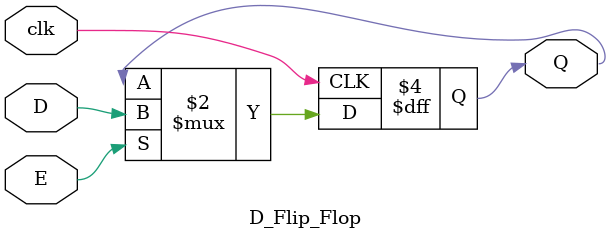
<source format=v>
module D_Flip_Flop (
    input D, E, clk,
    output reg Q
);
    always @(posedge clk) begin
        if (E)
           Q <= D; 
    end
endmodule
</source>
